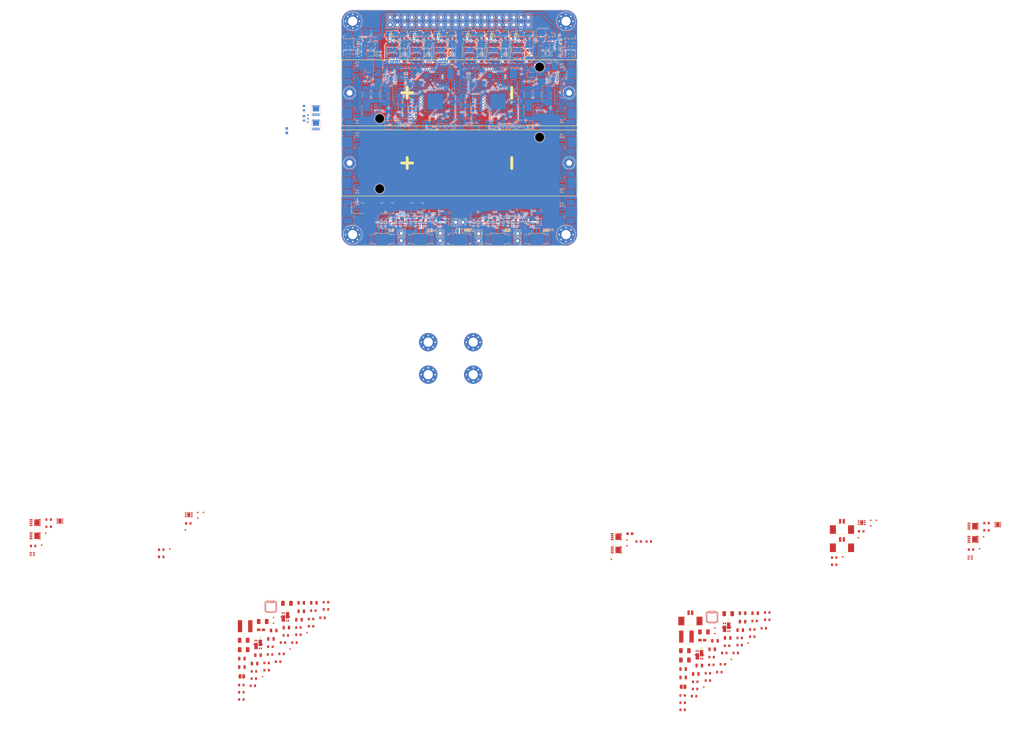
<source format=kicad_pcb>
(kicad_pcb (version 20210623) (generator pcbnew)

  (general
    (thickness 1)
  )

  (paper "A4")
  (title_block
    (title "BUTCube - EPS")
    (date "2021-08-20")
    (rev "v1.0")
    (company "VUT - FIT(STRaDe) & FME(IAE & IPE)")
    (comment 1 "Author: Petr Malaník")
  )

  (layers
    (0 "F.Cu" signal)
    (1 "In1.Cu" power)
    (2 "In2.Cu" mixed)
    (31 "B.Cu" signal)
    (32 "B.Adhes" user "B.Adhesive")
    (33 "F.Adhes" user "F.Adhesive")
    (34 "B.Paste" user)
    (35 "F.Paste" user)
    (36 "B.SilkS" user "B.Silkscreen")
    (37 "F.SilkS" user "F.Silkscreen")
    (38 "B.Mask" user)
    (39 "F.Mask" user)
    (40 "Dwgs.User" user "User.Drawings")
    (41 "Cmts.User" user "User.Comments")
    (42 "Eco1.User" user "User.Eco1")
    (43 "Eco2.User" user "User.Eco2")
    (44 "Edge.Cuts" user)
    (45 "Margin" user)
    (46 "B.CrtYd" user "B.Courtyard")
    (47 "F.CrtYd" user "F.Courtyard")
    (48 "B.Fab" user)
    (49 "F.Fab" user)
    (50 "User.1" user)
    (51 "User.2" user)
    (52 "User.3" user)
    (53 "User.4" user)
    (54 "User.5" user)
    (55 "User.6" user)
    (56 "User.7" user)
    (57 "User.8" user)
    (58 "User.9" user)
  )

  (setup
    (stackup
      (layer "F.SilkS" (type "Top Silk Screen"))
      (layer "F.Paste" (type "Top Solder Paste"))
      (layer "F.Mask" (type "Top Solder Mask") (color "Green") (thickness 0.01))
      (layer "F.Cu" (type "copper") (thickness 0.035))
      (layer "dielectric 1" (type "core") (thickness 0.28) (material "FR4") (epsilon_r 4.5) (loss_tangent 0.02))
      (layer "In1.Cu" (type "copper") (thickness 0.035))
      (layer "dielectric 2" (type "prepreg") (thickness 0.28) (material "FR4") (epsilon_r 4.5) (loss_tangent 0.02))
      (layer "In2.Cu" (type "copper") (thickness 0.035))
      (layer "dielectric 3" (type "core") (thickness 0.28) (material "FR4") (epsilon_r 4.5) (loss_tangent 0.02))
      (layer "B.Cu" (type "copper") (thickness 0.035))
      (layer "B.Mask" (type "Bottom Solder Mask") (color "Green") (thickness 0.01))
      (layer "B.Paste" (type "Bottom Solder Paste"))
      (layer "B.SilkS" (type "Bottom Silk Screen"))
      (copper_finish "Immersion gold")
      (dielectric_constraints no)
    )
    (pad_to_mask_clearance 0)
    (pcbplotparams
      (layerselection 0x00010fc_ffffffff)
      (disableapertmacros false)
      (usegerberextensions false)
      (usegerberattributes true)
      (usegerberadvancedattributes true)
      (creategerberjobfile true)
      (svguseinch false)
      (svgprecision 6)
      (excludeedgelayer true)
      (plotframeref false)
      (viasonmask false)
      (mode 1)
      (useauxorigin false)
      (hpglpennumber 1)
      (hpglpenspeed 20)
      (hpglpendiameter 15.000000)
      (dxfpolygonmode true)
      (dxfimperialunits true)
      (dxfusepcbnewfont true)
      (psnegative false)
      (psa4output false)
      (plotreference true)
      (plotvalue true)
      (plotinvisibletext false)
      (sketchpadsonfab false)
      (subtractmaskfromsilk false)
      (outputformat 1)
      (mirror false)
      (drillshape 1)
      (scaleselection 1)
      (outputdirectory "")
    )
  )

  (net 0 "")
  (net 1 "Net-(C1-Pad1)")
  (net 2 "VBUS")
  (net 3 "/Unit #1/MCU/MCU_POWER")
  (net 4 "/Unit #1/Battery charger/BAT")
  (net 5 "/Unit #1/Battery charger/SOLAR_IN")
  (net 6 "/USB power/USB_POWER")
  (net 7 "Net-(C6-Pad1)")
  (net 8 "Net-(C6-Pad2)")
  (net 9 "Net-(C7-Pad1)")
  (net 10 "GND")
  (net 11 "Net-(C7-Pad2)")
  (net 12 "Net-(C8-Pad1)")
  (net 13 "/Unit #1/Battery charger/PMID")
  (net 14 "/Unit #1/Battery charger/SYS")
  (net 15 "/Unit #1/Battery charger/REGN")
  (net 16 "/Unit #1/Activation control/PWR_OUT")
  (net 17 "Net-(C29-Pad1)")
  (net 18 "/Unit #1/MCU/OUT_CUR")
  (net 19 "Net-(C32-Pad1)")
  (net 20 "/Unit #1/MCU/VREF")
  (net 21 "Net-(C47-Pad1)")
  (net 22 "/Unit #2/MCU/MCU_POWER")
  (net 23 "/Unit #2/Battery charger/SOLAR_IN")
  (net 24 "Net-(C52-Pad1)")
  (net 25 "Net-(C52-Pad2)")
  (net 26 "Net-(C53-Pad1)")
  (net 27 "Net-(C53-Pad2)")
  (net 28 "Net-(C54-Pad1)")
  (net 29 "/Unit #2/Battery charger/PMID")
  (net 30 "/Unit #2/Battery charger/SYS")
  (net 31 "/Unit #2/Battery charger/REGN")
  (net 32 "/Unit #2/Activation control/PWR_OUT")
  (net 33 "Net-(C75-Pad1)")
  (net 34 "/Unit #2/MCU/OUT_CUR")
  (net 35 "Net-(C78-Pad1)")
  (net 36 "/Unit #2/MCU/VREF")
  (net 37 "Net-(C93-Pad1)")
  (net 38 "Net-(C94-Pad1)")
  (net 39 "/Unit #1/Output control/PWR_OUT")
  (net 40 "Net-(C96-Pad1)")
  (net 41 "Net-(C97-Pad1)")
  (net 42 "/Unit #2/Output control/PWR_OUT")
  (net 43 "Net-(C101-Pad1)")
  (net 44 "Net-(C102-Pad1)")
  (net 45 "Net-(C106-Pad1)")
  (net 46 "Net-(C107-Pad1)")
  (net 47 "Net-(C111-Pad1)")
  (net 48 "Net-(C112-Pad1)")
  (net 49 "Net-(C116-Pad1)")
  (net 50 "Net-(C117-Pad1)")
  (net 51 "Net-(C121-Pad1)")
  (net 52 "Net-(C122-Pad1)")
  (net 53 "/Unit #1/ADC/VBAT_CUR")
  (net 54 "/Unit #2/ADC/VBAT_CUR")
  (net 55 "Net-(C129-Pad1)")
  (net 56 "Net-(C130-Pad1)")
  (net 57 "Net-(C131-Pad1)")
  (net 58 "Net-(C132-Pad1)")
  (net 59 "Net-(C133-Pad1)")
  (net 60 "/Unit #2/Activation control/Activation logic/PWR_IN")
  (net 61 "Net-(C138-Pad1)")
  (net 62 "Net-(C139-Pad1)")
  (net 63 "Net-(C140-Pad1)")
  (net 64 "Net-(C141-Pad1)")
  (net 65 "Net-(C142-Pad1)")
  (net 66 "/Unit #1/Activation control/Activation logic/PWR_IN")
  (net 67 "Net-(D2-Pad2)")
  (net 68 "/Stack connector/CAN_L")
  (net 69 "/Stack connector/CAN_H")
  (net 70 "/Unit #1/ADC/1V8_CUR")
  (net 71 "/Unit #2/ADC/1V8_CUR")
  (net 72 "/Unit #1/ADC/3V3_CUR")
  (net 73 "/Unit #2/ADC/3V3_CUR")
  (net 74 "/Unit #1/ADC/5V_CUR")
  (net 75 "/Unit #2/ADC/5V_CUR")
  (net 76 "/Unit #1/Activation control/PWR_IN")
  (net 77 "/Unit #1/MCU/POWER")
  (net 78 "Net-(F3-Pad2)")
  (net 79 "/Unit #2/Activation control/PWR_IN")
  (net 80 "/Unit #2/MCU/POWER")
  (net 81 "Net-(F6-Pad2)")
  (net 82 "Net-(F7-Pad1)")
  (net 83 "/Unit #1/1V8")
  (net 84 "Net-(F8-Pad1)")
  (net 85 "/Unit #2/1V8")
  (net 86 "Net-(F9-Pad1)")
  (net 87 "/Unit #1/3V3")
  (net 88 "Net-(F10-Pad1)")
  (net 89 "/Unit #2/3V3")
  (net 90 "Net-(F11-Pad1)")
  (net 91 "/Unit #1/5V")
  (net 92 "Net-(F12-Pad1)")
  (net 93 "/Unit #2/5V")
  (net 94 "Net-(F13-Pad1)")
  (net 95 "/Unit #1/VBAT")
  (net 96 "Net-(F14-Pad1)")
  (net 97 "/Unit #2/VBAT")
  (net 98 "Net-(J7-Pad1)")
  (net 99 "/Unit #1/MCU/DBG_TX")
  (net 100 "/Unit #1/MCU/DBG_RX")
  (net 101 "/Unit #1/MCU/SWCLK")
  (net 102 "/Unit #1/MCU/SWDIO")
  (net 103 "/Unit #1/Battery temperature control/NTC_OUT")
  (net 104 "Net-(J11-Pad1)")
  (net 105 "/Stack connector/EPS#1_CHARGE")
  (net 106 "/Stack connector/RS_485_~{B}")
  (net 107 "/Stack connector/RS_485_A")
  (net 108 "/Stack connector/EPS#2_CHARGE")
  (net 109 "Net-(J19-Pad1)")
  (net 110 "/Unit #2/MCU/DBG_TX")
  (net 111 "/Unit #2/MCU/DBG_RX")
  (net 112 "/Unit #2/MCU/SWCLK")
  (net 113 "/Unit #2/MCU/SWDIO")
  (net 114 "/Unit #2/Battery temperature control/NTC_OUT")
  (net 115 "Net-(J23-Pad1)")
  (net 116 "/Activation switches/RBF_PIN")
  (net 117 "/Activation switches/SW_#1")
  (net 118 "/Activation switches/SW_#2")
  (net 119 "/Activation switches/SW_#3")
  (net 120 "/Activation switches/SW_#4")
  (net 121 "Net-(JP1-Pad2)")
  (net 122 "Net-(JP2-Pad1)")
  (net 123 "/Unit #1/MCU/NRST")
  (net 124 "Net-(JP3-Pad1)")
  (net 125 "Net-(JP3-Pad2)")
  (net 126 "Net-(JP4-Pad2)")
  (net 127 "Net-(JP5-Pad1)")
  (net 128 "/Unit #2/MCU/NRST")
  (net 129 "Net-(JP6-Pad1)")
  (net 130 "Net-(JP6-Pad2)")
  (net 131 "Net-(L3-Pad1)")
  (net 132 "Net-(L3-Pad2)")
  (net 133 "Net-(L4-Pad1)")
  (net 134 "Net-(L4-Pad2)")
  (net 135 "Net-(L5-Pad1)")
  (net 136 "Net-(L5-Pad2)")
  (net 137 "Net-(L6-Pad1)")
  (net 138 "Net-(L6-Pad2)")
  (net 139 "Net-(L7-Pad1)")
  (net 140 "Net-(L7-Pad2)")
  (net 141 "Net-(L8-Pad1)")
  (net 142 "Net-(L8-Pad2)")
  (net 143 "Net-(Q1-PadG1)")
  (net 144 "Net-(Q1-PadS1)")
  (net 145 "Net-(Q2-PadG1)")
  (net 146 "Net-(Q2-PadS1)")
  (net 147 "/Unit #1/Activation control/Activation logic/SEP_EN")
  (net 148 "Net-(Q3-Pad5)")
  (net 149 "/Unit #1/Activation control/Activation logic/RBF_EN")
  (net 150 "Net-(Q5-Pad1)")
  (net 151 "Net-(Q5-Pad3)")
  (net 152 "Net-(Q7-Pad1)")
  (net 153 "Net-(Q7-Pad4)")
  (net 154 "Net-(Q7-Pad5)")
  (net 155 "Net-(Q9-PadG1)")
  (net 156 "Net-(Q9-PadS1)")
  (net 157 "Net-(Q10-PadG1)")
  (net 158 "Net-(Q10-PadS1)")
  (net 159 "/Unit #2/Activation control/Activation logic/SEP_EN")
  (net 160 "Net-(Q11-Pad5)")
  (net 161 "/Unit #2/Activation control/Activation logic/RBF_EN")
  (net 162 "Net-(Q13-Pad1)")
  (net 163 "Net-(Q13-Pad3)")
  (net 164 "Net-(Q15-Pad1)")
  (net 165 "Net-(Q15-Pad4)")
  (net 166 "Net-(Q15-Pad5)")
  (net 167 "Net-(Q17-Pad4)")
  (net 168 "Net-(Q17-Pad5)")
  (net 169 "Net-(Q18-Pad1)")
  (net 170 "Net-(Q18-Pad4)")
  (net 171 "Net-(Q19-Pad4)")
  (net 172 "Net-(Q19-Pad5)")
  (net 173 "Net-(Q20-Pad1)")
  (net 174 "Net-(Q20-Pad4)")
  (net 175 "/Unit #1/Power supplies/Power_supply_1V8/PER_POWER")
  (net 176 "/Unit #1/MCU/1V8_EN")
  (net 177 "/Unit #2/Power supplies/Power_supply_1V8/PER_POWER")
  (net 178 "/Unit #2/MCU/1V8_EN")
  (net 179 "/Unit #1/MCU/3V3_EN")
  (net 180 "/Unit #2/MCU/3V3_EN")
  (net 181 "/Unit #1/Power supplies/Power_supply_5V/PER_POWER")
  (net 182 "/Unit #1/MCU/5V_EN")
  (net 183 "/Unit #2/Power supplies/Power_supply_5V/PER_POWER")
  (net 184 "/Unit #2/MCU/5V_EN")
  (net 185 "Net-(Q27-Pad1)")
  (net 186 "/Unit #1/MCU/VBAT_EN")
  (net 187 "Net-(Q28-Pad1)")
  (net 188 "/Unit #2/MCU/VBAT_EN")
  (net 189 "/Unit #1/Battery charger/D+")
  (net 190 "/Unit #1/Battery charger/D-")
  (net 191 "Net-(R5-Pad2)")
  (net 192 "Net-(R6-Pad2)")
  (net 193 "Net-(R7-Pad1)")
  (net 194 "Net-(R8-Pad2)")
  (net 195 "Net-(D1-Pad2)")
  (net 196 "Net-(R11-Pad1)")
  (net 197 "Net-(R16-Pad2)")
  (net 198 "Net-(R17-Pad2)")
  (net 199 "Net-(R18-Pad2)")
  (net 200 "Net-(R21-Pad2)")
  (net 201 "Net-(R22-Pad1)")
  (net 202 "Net-(R24-Pad2)")
  (net 203 "/Unit #1/MCU/VBAT")
  (net 204 "/Unit #1/MCU/VDDUSB")
  (net 205 "Net-(R30-Pad1)")
  (net 206 "/Unit #1/MCU/CAN_RS")
  (net 207 "/Unit #1/MCU/RS_485_R_EN")
  (net 208 "/Unit #1/MCU/RS_485_T_EN")
  (net 209 "/Unit #1/Battery temperature control/EN")
  (net 210 "/Unit #1/Battery temperature control/NTC_REF")
  (net 211 "/Unit #2/Battery charger/D+")
  (net 212 "/Unit #2/Battery charger/D-")
  (net 213 "Net-(R47-Pad2)")
  (net 214 "Net-(R57-Pad2)")
  (net 215 "/Unit #2/MCU/VBAT")
  (net 216 "/Unit #2/MCU/VDDUSB")
  (net 217 "/Unit #2/MCU/CAN_RS")
  (net 218 "/Unit #2/MCU/RS_485_R_EN")
  (net 219 "/Unit #2/MCU/RS_485_T_EN")
  (net 220 "/Unit #2/Battery temperature control/EN")
  (net 221 "/Unit #2/Battery temperature control/NTC_REF")
  (net 222 "Net-(R82-Pad1)")
  (net 223 "Net-(R91-Pad2)")
  (net 224 "Net-(R98-Pad2)")
  (net 225 "Net-(R105-Pad2)")
  (net 226 "Net-(R112-Pad2)")
  (net 227 "Net-(R119-Pad2)")
  (net 228 "/Unit #1/Battery temperature control/~{FAULT}")
  (net 229 "/Unit #2/Battery temperature control/~{FAULT}")
  (net 230 "Net-(TP61-Pad1)")
  (net 231 "Net-(TP62-Pad1)")
  (net 232 "Net-(TP63-Pad1)")
  (net 233 "Net-(TP64-Pad1)")
  (net 234 "Net-(TP67-Pad1)")
  (net 235 "Net-(TP69-Pad1)")
  (net 236 "Net-(TP70-Pad1)")
  (net 237 "Net-(TP71-Pad1)")
  (net 238 "Net-(TP72-Pad1)")
  (net 239 "Net-(TP75-Pad1)")
  (net 240 "/Unit #1/ADC/~{CS}")
  (net 241 "/Unit #1/MCU/SPI_MISO")
  (net 242 "/Unit #1/MCU/SPI_SCK")
  (net 243 "/Unit #1/MCU/SPI_MOSI")
  (net 244 "Net-(D1-Pad1)")
  (net 245 "/Unit #1/Battery charger/SCL")
  (net 246 "/Unit #1/Battery charger/SDA")
  (net 247 "/Unit #1/Battery charger/~{INT}")
  (net 248 "/Unit #1/MCU/WDG_RESET")
  (net 249 "/Unit #1/MCU/FRAM_CS")
  (net 250 "/Unit #1/MCU/LSE")
  (net 251 "/Unit #1/MCU/HSE")
  (net 252 "/Unit #1/Battery charger/BAT_ALERT")
  (net 253 "/Unit #1/MCU/RS_485_R")
  (net 254 "/Unit #1/MCU/RS_485_T")
  (net 255 "/Unit #1/MCU/CAN_RX")
  (net 256 "/Unit #1/MCU/CAN_TX")
  (net 257 "/Unit #2/ADC/~{CS}")
  (net 258 "/Unit #2/MCU/SPI_MISO")
  (net 259 "/Unit #2/MCU/SPI_SCK")
  (net 260 "/Unit #2/MCU/SPI_MOSI")
  (net 261 "Net-(D5-Pad1)")
  (net 262 "/Unit #2/Battery charger/SCL")
  (net 263 "/Unit #2/Battery charger/SDA")
  (net 264 "/Unit #2/Battery charger/~{INT}")
  (net 265 "/Unit #2/MCU/WDG_RESET")
  (net 266 "/Unit #2/MCU/FRAM_CS")
  (net 267 "/Unit #2/MCU/LSE")
  (net 268 "/Unit #2/MCU/HSE")
  (net 269 "/Unit #2/Battery charger/BAT_ALERT")
  (net 270 "/Unit #2/MCU/RS_485_R")
  (net 271 "/Unit #2/MCU/RS_485_T")
  (net 272 "/Unit #2/MCU/CAN_RX")
  (net 273 "/Unit #2/MCU/CAN_TX")
  (net 274 "Net-(U52-Pad6)")
  (net 275 "Net-(U53-Pad8)")
  (net 276 "Net-(U54-Pad12)")
  (net 277 "Net-(U48-Pad6)")
  (net 278 "Net-(U48-Pad8)")
  (net 279 "Net-(U48-Pad12)")
  (net 280 "Net-(U49-Pad10)")
  (net 281 "Net-(U49-Pad8)")
  (net 282 "Net-(U49-Pad12)")
  (net 283 "Net-(U50-Pad12)")
  (net 284 "Net-(U52-Pad8)")
  (net 285 "Net-(U52-Pad12)")
  (net 286 "Net-(U53-Pad10)")
  (net 287 "Net-(U53-Pad12)")
  (net 288 "Net-(D4-Pad1)")
  (net 289 "Net-(D7-Pad1)")
  (net 290 "Net-(D7-Pad2)")
  (net 291 "Net-(D8-Pad2)")
  (net 292 "Net-(D10-Pad1)")
  (net 293 "Net-(D11-Pad1)")
  (net 294 "/Unit #1/MCU/LED1")
  (net 295 "/Unit #1/MCU/LED2")
  (net 296 "Net-(R41-Pad1)")
  (net 297 "Net-(R46-Pad2)")
  (net 298 "Net-(R48-Pad1)")
  (net 299 "Net-(R49-Pad2)")
  (net 300 "Net-(R52-Pad1)")
  (net 301 "Net-(R58-Pad2)")
  (net 302 "Net-(R59-Pad2)")
  (net 303 "Net-(R62-Pad2)")
  (net 304 "Net-(R63-Pad1)")
  (net 305 "Net-(R65-Pad2)")
  (net 306 "Net-(R71-Pad1)")
  (net 307 "/Unit #2/MCU/LED1")
  (net 308 "/Unit #2/MCU/LED2")
  (net 309 "Net-(R84-Pad1)")
  (net 310 "Net-(R86-Pad1)")
  (net 311 "Net-(R88-Pad2)")
  (net 312 "Net-(R89-Pad1)")
  (net 313 "Net-(R95-Pad2)")
  (net 314 "Net-(R96-Pad1)")
  (net 315 "Net-(R102-Pad2)")
  (net 316 "Net-(R103-Pad1)")
  (net 317 "Net-(R109-Pad2)")
  (net 318 "Net-(R110-Pad1)")
  (net 319 "Net-(R116-Pad2)")
  (net 320 "Net-(R117-Pad1)")
  (net 321 "Net-(R123-Pad2)")
  (net 322 "Net-(R124-Pad1)")
  (net 323 "Net-(R126-Pad2)")
  (net 324 "Net-(R132-Pad2)")
  (net 325 "Net-(R137-Pad2)")
  (net 326 "/Unit #2/Battery charger/BAT")
  (net 327 "/Unit #1/Battery charger/BAT+")
  (net 328 "/Unit #2/Battery charger/BAT+")
  (net 329 "/Unit #1/ADC/VBAT_DIV")
  (net 330 "/Unit #1/ADC/3V3_DIV")
  (net 331 "/Unit #1/ADC/5V_DIV")
  (net 332 "/Unit #2/ADC/VBAT_DIV")
  (net 333 "/Unit #2/ADC/3V3_DIV")
  (net 334 "/Unit #2/ADC/5V_DIV")
  (net 335 "unconnected-(J12-Pad11)")
  (net 336 "unconnected-(J12-Pad12)")
  (net 337 "unconnected-(J12-Pad13)")
  (net 338 "unconnected-(J12-Pad14)")
  (net 339 "unconnected-(J12-Pad15)")
  (net 340 "unconnected-(J12-Pad16)")
  (net 341 "unconnected-(J12-Pad17)")
  (net 342 "unconnected-(J12-Pad18)")
  (net 343 "unconnected-(J12-Pad23)")
  (net 344 "unconnected-(J12-Pad24)")
  (net 345 "unconnected-(J12-Pad25)")
  (net 346 "unconnected-(J12-Pad26)")
  (net 347 "unconnected-(J12-Pad27)")
  (net 348 "unconnected-(J12-Pad28)")
  (net 349 "unconnected-(J12-Pad29)")
  (net 350 "unconnected-(J12-Pad30)")
  (net 351 "/Unit #1/ADC/CONV_EN")
  (net 352 "Net-(Q29-Pad3)")
  (net 353 "Net-(Q30-Pad3)")
  (net 354 "Net-(Q31-Pad3)")
  (net 355 "/Unit #2/ADC/CONV_EN")
  (net 356 "Net-(Q32-Pad3)")
  (net 357 "Net-(Q33-Pad3)")
  (net 358 "Net-(Q34-Pad3)")
  (net 359 "unconnected-(U6-Pad3)")
  (net 360 "unconnected-(U8-Pad3)")
  (net 361 "unconnected-(U9-Pad4)")
  (net 362 "unconnected-(U9-Pad10)")
  (net 363 "unconnected-(U10-Pad3)")
  (net 364 "unconnected-(U12-Pad7)")
  (net 365 "unconnected-(U19-Pad3)")
  (net 366 "unconnected-(U21-Pad3)")
  (net 367 "unconnected-(U22-Pad4)")
  (net 368 "unconnected-(U22-Pad10)")
  (net 369 "unconnected-(U23-Pad3)")
  (net 370 "unconnected-(U25-Pad7)")
  (net 371 "unconnected-(U27-Pad1)")
  (net 372 "unconnected-(U30-Pad1)")
  (net 373 "unconnected-(U50-Pad8)")
  (net 374 "unconnected-(U54-Pad8)")
  (net 375 "unconnected-(X1-Pad1)")
  (net 376 "unconnected-(X3-Pad1)")

  (footprint "TCY_passives:C_0603_1608Metric" (layer "F.Cu") (at 62.985 271.625))

  (footprint "TCY_passives:C_0603_1608Metric" (layer "F.Cu") (at 233.76 256.98))

  (footprint "TCY_passives:R_0603_1608Metric" (layer "F.Cu") (at 208.63 278.64))

  (footprint "Diode_SMD:D_SOD-323F" (layer "F.Cu") (at 95.1 59.325 180))

  (footprint "TCY_passives:R_0603_1608Metric" (layer "F.Cu") (at 163.8 54.2 90))

  (footprint "TCY_IC:VQFN-HR_29(34)_4x4mm_P0.4mm" (layer "F.Cu") (at 214.495 256.045))

  (footprint "TCY_passives:R_0603_1608Metric" (layer "F.Cu") (at 93.1 53.725 90))

  (footprint "TCY_passives:D_0603_1608Metric" (layer "F.Cu") (at 86.3 56.8 -90))

  (footprint "TCY_passives:R_0603_1608Metric" (layer "F.Cu") (at 257.14 235.26))

  (footprint "MountingHole:MountingHole_3.2mm_M3_Pad_Via" (layer "F.Cu") (at 89 122.5))

  (footprint "TCY_passives:R_0603_1608Metric" (layer "F.Cu") (at 107.05 58.2))

  (footprint "TCY_passives:C_0603_1608Metric" (layer "F.Cu") (at 54.165 280.035))

  (footprint "TCY_passives:R_0603_1608Metric" (layer "F.Cu") (at 192.4 229.65))

  (footprint "TCY_connectors:TestPoint_Pad_D0.5mm" (layer "F.Cu") (at 158.4 59.9))

  (footprint "TCY_connectors:Amphenol_10114830-11102LF_1x02_P1.25mm_Horizontal" (layer "F.Cu") (at 99.25 122))

  (footprint "TCY_passives:R_0603_1608Metric" (layer "F.Cu") (at 113.7 118.2 -90))

  (footprint "TCY_passives:R_0603_1608Metric" (layer "F.Cu") (at 257.14 237.77))

  (footprint "TCY_passives:R_0603_1608Metric" (layer "F.Cu") (at 151.187255 118.138244 -90))

  (footprint "TCY_passives:R_0603_1608Metric" (layer "F.Cu") (at 162.6 54.2 -90))

  (footprint "TCY_connectors:TestPoint_Pad_D0.5mm" (layer "F.Cu") (at 25.155 232.235))

  (footprint "TCY_connectors:TestPoint_Pad_D0.5mm" (layer "F.Cu") (at 57.545 276.805))

  (footprint "TCY_passives:R_0603_1608Metric" (layer "F.Cu") (at 204.22 285.92))

  (footprint "TCY_IC:DFN-3_1.2x1.2mm" (layer "F.Cu") (at 161 53.7))

  (footprint "Connector_PinHeader_2.54mm:PinHeader_1x02_P2.54mm_Vertical" (layer "F.Cu") (at 146.6 124.675 180))

  (footprint "TCY_passives:R_0603_1608Metric" (layer "F.Cu") (at 229.35 257.42))

  (footprint "TCY_passives:R_0603_1608Metric" (layer "F.Cu") (at 31.625 223.345))

  (footprint "TCY_passives:R_0603_1608Metric" (layer "F.Cu") (at -17.135 222.005))

  (footprint "TCY_passives:R_0603_1608Metric" (layer "F.Cu") (at 115.45 55.4))

  (footprint "TCY_passives:R_0603_1608Metric" (layer "F.Cu") (at 150.8 54 180))

  (footprint "TCY_passives:R_0603_1608Metric" (layer "F.Cu") (at 89.9 54.2 90))

  (footprint "TCY_connectors:TestPoint_Pad_D0.5mm" (layer "F.Cu") (at 30.595 225.575))

  (footprint "TCY_connectors:TestPoint_Pad_D0.5mm" (layer "F.Cu") (at 61.385 256.225))

  (footprint "TCY_passives:C_0805_2012Metric" (layer "F.Cu") (at 214.55 267.29))

  (footprint "TCY_passives:R_0603_1608Metric" (layer "F.Cu") (at 58.975 272.065))

  (footprint "TCY_passives:R_0603_1608Metric" (layer "F.Cu") (at 218.25 272.53))

  (footprint "TCY_passives:R_0603_1608Metric" (layer "F.Cu") (at 131.987255 118.138244 90))

  (footprint "TCY_passives:D_0603_1608Metric" (layer "F.Cu") (at 86.3 54.2 -90))

  (footprint "TCY_passives:C_0603_1608Metric" (layer "F.Cu") (at 165 54.2 90))

  (footprint "TCY_passives:C_0603_1608Metric" (layer "F.Cu") (at 204.22 288.43))

  (footprint "TCY_passives:R_0603_1608Metric" (layer "F.Cu") (at 88.7 54.2 -90))

  (footprint "TCY_connectors:TestPoint_Pad_D0.5mm" (layer "F.Cu") (at 271.86 222.26))

  (footprint "Package_SO:Vishay_PowerPAK_1212-8_Single" (layer "F.Cu") (at 181.07 232.59))

  (footprint "Package_SO:Vishay_PowerPAK_1212-8_Single" (layer "F.Cu") (at 181.07 227.98))

  (footprint "TCY_passives:R_0603_1608Metric" (layer "F.Cu") (at 219.73 266.07))

  (footprint "TCY_connectors:TestPoint_Pad_D0.5mm" (layer "F.Cu") (at 114.675 59.5))

  (footprint "TCY_passives:R_0603_1608Metric" (layer "F.Cu") (at 89.9 56.8 90))

  (footprint "TCY_passives:C_0805_2012Metric" (layer "F.Cu") (at 60.485 263.665))

  (footprint "TCY_connectors:TestPoint_Pad_D0.5mm" (layer "F.Cu") (at 107.825 59.5))

  (footprint "TCY_passives:C_0805_2012Metric" (layer "F.Cu") (at 61.455 260.715))

  (footprint "TCY_connectors:TestPoint_Pad_D0.5mm" (layer "F.Cu") (at 124.625 59.5))

  (footprint "TCY_IC:DFN-3_1.2x1.2mm" (layer "F.Cu") (at 91.5 54.7 180))

  (footprint "Diode_SMD:D_SOD-323F" (layer "F.Cu") (at 106.7 52.25 180))

  (footprint "TCY_passives:C_0603_1608Metric" (layer "F.Cu") (at 217.05 275.25))

  (footprint "TCY_connectors:TestPoint_Pad_D0.5mm" (layer "F.Cu") (at 73.055 261.485))

  (footprint "TCY_passives:C_0603_1608Metric" (layer "F.Cu") (at 138.787255 118.138244 -90))

  (footprint "TCY_passives:R_0603_1608Metric" (layer "F.Cu") (at 204.22 283.41))

  (footprint "TCY_passives:C_0603_1608Metric" (layer "F.Cu") (at 79.695 250.845))

  (footprint "TCY_passives:R_0603_1608Metric" (layer "F.Cu") (at 120.5 118.2 90))

  (footprint "TCY_passives:C_0805_2012Metric" (layer "F.Cu") (at 224.34 260.59))

  (footprint "Diode_SMD:D_SOD-323F" (layer "F.Cu") (at 133.65 52.25 180))

  (footprint "TCY_passives:C_0805_2012Metric" (layer "F.Cu") (at 219.93 263.34))

  (footprint "TCY_passives:R_0603_1608Metric" (layer "F.Cu")
    (tedit 61276209) (tstamp 3ce6d33e-c9c0-4f85-8516-5b8c21c14ebc)
    (at 50.155 279.785)
    (descr "Resistor SMD 0603 (1608 Metric), square (rectangular) end terminal, IPC_7351 nominal, (Body size source: IPC-SM-782 page 72, https://www.pcb-3d.com/wordpress/wp-content/uploads/ipc-sm-782a_amendment_1_and_2.pdf), generated with kicad-footprint-generator")
    (tags "resistor")
    (property "Sheetfile" "Battery_charger.kicad_sch")
    (property "Sheetname" "Battery charger")
    (path "/3fbfe5f5-450c-4c51-813c-f3d5ddddd4e3/69a229f7-d3f6-4b7d-9358-aa1002ac32e6/e94a69a1-0efb-4192-86ff-8fae8a732a82")
    (attr smd)
    (fp_text reference "R1" (at 0 -1.43) (layer "F.SilkS") hide
      (effects (font (size 1 1) (thickness 0.15)))
      (tstamp f3167373-72c8-44fc-b8ff-1991282d31b7)
    )
    (fp_text value "10k" (at 0 1.43) (layer "F.Fab")
      (effects (font (size 1 1) (thickness 0.15)))
      (tstamp 957947fc-31cb-4fbc-905a-c79be5f6d7ce)
    )
    (fp_text user "${REFERENCE}" (at 0 0) (layer "F.Fab") hide
      (effects (font (size 0.4 0.4) (thickness 0.06)))
      (tstamp dec5fcc4-29a3-44ff-953a-b5901964c530)
    )
    (fp_line (start -0.14058 0.45) (end 0.14058 0.45) (layer "F.SilkS") (width 0.12) (tstamp 7845438e-46e5-4bf0-b7d5-a451ef595491))
    (fp_line (start -0.14058 -0.45) (end 0.14058 -0.45) (layer "F.SilkS") (width 0.12) (tstamp 87a2e2c3-da62-4f05-abfe-c0ca8aa9db66))
    (fp_line (start 1.25 0.6) (end -1.25 0.6) (layer "F.CrtYd") (width 0.05) (tstamp 3a57c9aa-e135-459b-9770-f5acb54da512))
    (fp_line (start -1.25 0.6) (end -1.25 -0.6) (layer "F.CrtYd") (width 0.05) (tstamp 41357597-202b-4271-80a1-f5da1b891e0e))
    (fp_line (start 1.25 -0.6) (end 1.25 0.6) (layer "F.CrtYd") (width 0.05) (tstamp 437381a3-cf87-460f-ab36-280acc555fe4))
    (fp_line (start -1.25 -0.6) (end 1.25 -0.6) (layer "F.CrtYd") (width 0.05) (tstamp fac90e48-cf14-40bf-af3f-85ee4999cfaa))
    (fp_line (start -0.8 0.4) (end -0.8 -0.4) (layer "F.Fab") (width 0.1) (tstamp 3ecc2a51-dfe5-4f38-8de0-97741a0ca4c0))
    (fp_line (start 0.8 0.4) (end -0.8 0.4) (
... [6836450 chars truncated]
</source>
